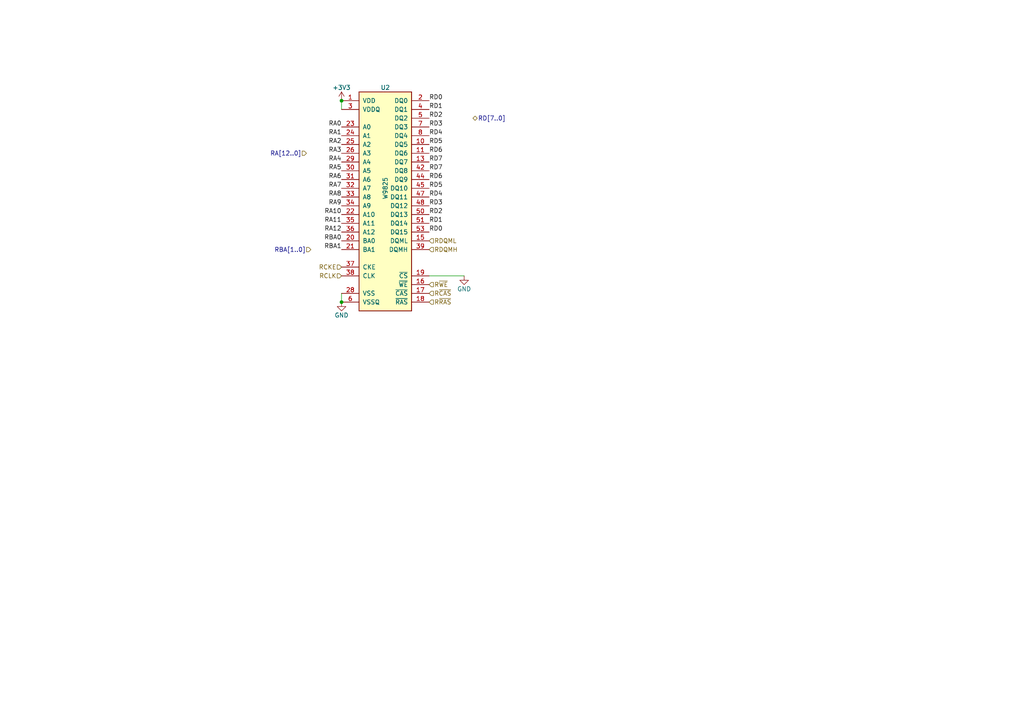
<source format=kicad_sch>
(kicad_sch (version 20230121) (generator eeschema)
  (paper "A4")
  (lib_symbols
    (symbol "GW_RAM:SDRAM-16Mx16-TSOP2-54" (pin_names (offset 1.016))
      (property "Reference" "U" (at 0 29.21 0))
      (property "Value" "SDRAM-16Mx16-TSOP2-54" (at 0 0 90))
      (symbol "SDRAM-16Mx16-TSOP2-54_0_1"
        (rectangle (start -7.62 27.94) (end 7.62 -35.56) (stroke (width 0.254)) (fill (type background)))
      )
      (symbol "SDRAM-16Mx16-TSOP2-54_1_1"
        (pin power_in line (at -12.7 25.4 0) (length 5.08) (name "VDD") (number "1"))
        (pin bidirectional line (at 12.7 12.7 180) (length 5.08) (name "DQ5") (number "10"))
        (pin bidirectional line (at 12.7 10.16 180) (length 5.08) (name "DQ6") (number "11"))
        (pin power_in line (at -12.7 -33.02 0) (length 5.08) hide (name "VSSQ") (number "12"))
        (pin bidirectional line (at 12.7 7.62 180) (length 5.08) (name "DQ7") (number "13"))
        (pin power_in line (at -12.7 25.4 0) (length 5.08) hide (name "VDD") (number "14"))
        (pin input line (at 12.7 -15.24 180) (length 5.08) (name "DQML") (number "15"))
        (pin input line (at 12.7 -27.94 180) (length 5.08) (name "~{WE}") (number "16"))
        (pin input line (at 12.7 -30.48 180) (length 5.08) (name "~{CAS}") (number "17"))
        (pin input line (at 12.7 -33.02 180) (length 5.08) (name "~{RAS}") (number "18"))
        (pin input line (at 12.7 -25.4 180) (length 5.08) (name "~{CS}") (number "19"))
        (pin bidirectional line (at 12.7 25.4 180) (length 5.08) (name "DQ0") (number "2"))
        (pin input line (at -12.7 -15.24 0) (length 5.08) (name "BA0") (number "20"))
        (pin input line (at -12.7 -17.78 0) (length 5.08) (name "BA1") (number "21"))
        (pin input line (at -12.7 -7.62 0) (length 5.08) (name "A10") (number "22"))
        (pin input line (at -12.7 17.78 0) (length 5.08) (name "A0") (number "23"))
        (pin input line (at -12.7 15.24 0) (length 5.08) (name "A1") (number "24"))
        (pin input line (at -12.7 12.7 0) (length 5.08) (name "A2") (number "25"))
        (pin input line (at -12.7 10.16 0) (length 5.08) (name "A3") (number "26"))
        (pin power_in line (at -12.7 25.4 0) (length 5.08) hide (name "VDD") (number "27"))
        (pin power_in line (at -12.7 -30.48 0) (length 5.08) (name "VSS") (number "28"))
        (pin input line (at -12.7 7.62 0) (length 5.08) (name "A4") (number "29"))
        (pin power_in line (at -12.7 22.86 0) (length 5.08) (name "VDDQ") (number "3"))
        (pin input line (at -12.7 5.08 0) (length 5.08) (name "A5") (number "30"))
        (pin input line (at -12.7 2.54 0) (length 5.08) (name "A6") (number "31"))
        (pin input line (at -12.7 0 0) (length 5.08) (name "A7") (number "32"))
        (pin input line (at -12.7 -2.54 0) (length 5.08) (name "A8") (number "33"))
        (pin input line (at -12.7 -5.08 0) (length 5.08) (name "A9") (number "34"))
        (pin input line (at -12.7 -10.16 0) (length 5.08) (name "A11") (number "35"))
        (pin input line (at -12.7 -12.7 0) (length 5.08) (name "A12") (number "36"))
        (pin input line (at -12.7 -22.86 0) (length 5.08) (name "CKE") (number "37"))
        (pin input line (at -12.7 -25.4 0) (length 5.08) (name "CLK") (number "38"))
        (pin input line (at 12.7 -17.78 180) (length 5.08) (name "DQMH") (number "39"))
        (pin bidirectional line (at 12.7 22.86 180) (length 5.08) (name "DQ1") (number "4"))
        (pin power_in line (at -12.7 -30.48 0) (length 5.08) hide (name "VSS") (number "41"))
        (pin bidirectional line (at 12.7 5.08 180) (length 5.08) (name "DQ8") (number "42"))
        (pin power_in line (at -12.7 22.86 0) (length 5.08) hide (name "VDDQ") (number "43"))
        (pin bidirectional line (at 12.7 2.54 180) (length 5.08) (name "DQ9") (number "44"))
        (pin bidirectional line (at 12.7 0 180) (length 5.08) (name "DQ10") (number "45"))
        (pin power_in line (at -12.7 -33.02 0) (length 5.08) hide (name "VSSQ") (number "46"))
        (pin bidirectional line (at 12.7 -2.54 180) (length 5.08) (name "DQ11") (number "47"))
        (pin bidirectional line (at 12.7 -5.08 180) (length 5.08) (name "DQ12") (number "48"))
        (pin power_in line (at -12.7 22.86 0) (length 5.08) hide (name "VDDQ") (number "49"))
        (pin bidirectional line (at 12.7 20.32 180) (length 5.08) (name "DQ2") (number "5"))
        (pin bidirectional line (at 12.7 -7.62 180) (length 5.08) (name "DQ13") (number "50"))
        (pin bidirectional line (at 12.7 -10.16 180) (length 5.08) (name "DQ14") (number "51"))
        (pin power_in line (at -12.7 -33.02 0) (length 5.08) hide (name "VSSQ") (number "52"))
        (pin bidirectional line (at 12.7 -12.7 180) (length 5.08) (name "DQ15") (number "53"))
        (pin power_in line (at -12.7 -30.48 0) (length 5.08) hide (name "VSS") (number "54"))
        (pin power_in line (at -12.7 -33.02 0) (length 5.08) (name "VSSQ") (number "6"))
        (pin bidirectional line (at 12.7 17.78 180) (length 5.08) (name "DQ3") (number "7"))
        (pin bidirectional line (at 12.7 15.24 180) (length 5.08) (name "DQ4") (number "8"))
        (pin power_in line (at -12.7 22.86 0) (length 5.08) hide (name "VDDQ") (number "9"))
      )
    )
    (symbol "power:+3V3" (power) (pin_names (offset 0))
      (property "Value" "+3V3" (at 0 3.556 0))
      (symbol "+3V3_0_1"
        (polyline (pts (xy -0.762 1.27) (xy 0 2.54)))
        (polyline (pts (xy 0 0) (xy 0 2.54)))
        (polyline (pts (xy 0 2.54) (xy 0.762 1.27)))
      )
      (symbol "+3V3_1_1"
        (pin power_in line (at 0 0 90) (length 0) hide (name "+3V3") (number "1"))
      )
    )
    (symbol "power:GND" (power) (pin_names (offset 0))
      (property "Value" "GND" (at 0 -3.81 0))
      (symbol "GND_0_1"
        (polyline (pts (xy 0 0) (xy 0 -1.27) (xy 1.27 -1.27) (xy 0 -2.54) (xy -1.27 -1.27) (xy 0 -1.27)))
      )
      (symbol "GND_1_1"
        (pin power_in line (at 0 0 270) (length 0) hide (name "GND") (number "1"))
      )
    )
  )
  (junction (at 99.06 87.63))
  (junction (at 99.06 29.21))
  (wire (pts (xy 124.46 80.01) (xy 134.62 80.01)))
  (wire (pts (xy 99.06 29.21) (xy 99.06 31.75)))
  (wire (pts (xy 99.06 87.63) (xy 99.06 85.09)))
  (label "RA12" (at 99.06 67.31 180))
  (label "RA8" (at 99.06 57.15 180))
  (label "RD4" (at 124.46 57.15 0))
  (label "RA3" (at 99.06 44.45 180))
  (label "RD3" (at 124.46 36.83 0))
  (label "RBA1" (at 99.06 72.39 180))
  (label "RD5" (at 124.46 54.61 0))
  (label "RA9" (at 99.06 59.69 180))
  (label "RD6" (at 124.46 44.45 0))
  (label "RBA0" (at 99.06 69.85 180))
  (label "RD1" (at 124.46 31.75 0))
  (label "RA2" (at 99.06 41.91 180))
  (label "RA7" (at 99.06 54.61 180))
  (label "RD0" (at 124.46 67.31 0))
  (label "RA1" (at 99.06 39.37 180))
  (label "RA6" (at 99.06 52.07 180))
  (label "RD7" (at 124.46 49.53 0))
  (label "RA5" (at 99.06 49.53 180))
  (label "RA11" (at 99.06 64.77 180))
  (label "RA0" (at 99.06 36.83 180))
  (label "RD5" (at 124.46 41.91 0))
  (label "RD7" (at 124.46 46.99 0))
  (label "RD0" (at 124.46 29.21 0))
  (label "RA10" (at 99.06 62.23 180))
  (label "RD6" (at 124.46 52.07 0))
  (label "RD2" (at 124.46 62.23 0))
  (label "RD3" (at 124.46 59.69 0))
  (label "RD2" (at 124.46 34.29 0))
  (label "RD1" (at 124.46 64.77 0))
  (label "RA4" (at 99.06 46.99 180))
  (label "RD4" (at 124.46 39.37 0))
  (hierarchical_label "RBA[1..0]" (shape input) (at 90.17 72.39 180))
  (hierarchical_label "RA[12..0]" (shape input) (at 88.9 44.45 180))
  (hierarchical_label "R~{WE}" (shape input) (at 124.46 82.55 0))
  (hierarchical_label "RCKE" (shape input) (at 99.06 77.47 180))
  (hierarchical_label "RCLK" (shape input) (at 99.06 80.01 180))
  (hierarchical_label "RDQML" (shape input) (at 124.46 69.85 0))
  (hierarchical_label "R~{CAS}" (shape input) (at 124.46 85.09 0))
  (hierarchical_label "RD[7..0]" (shape bidirectional) (at 137.16 34.29 0))
  (hierarchical_label "RDQMH" (shape input) (at 124.46 72.39 0))
  (hierarchical_label "R~{RAS}" (shape input) (at 124.46 87.63 0))
  (symbol (lib_id "power:GND") (at 134.62 80.01 0) (unit 1)
    (property "Reference" "#PWR051" (effects hide))
    (property "Value" "GND" (at 134.62 83.82 0))
  )
  (symbol (lib_id "GW_RAM:SDRAM-16Mx16-TSOP2-54") (at 111.76 54.61 0) (unit 1)
    (property "Reference" "U2" (at 111.76 25.4 0))
    (property "Value" "W9825" (at 111.76 54.61 90))
    (property "Footprint" "stdpads:TSOP-II-54_22.2x10.16mm_P0.8mm" (effects hide))
    (property "LCSC Part" "C62246" (effects hide))
  )
  (symbol (lib_id "power:+3V3") (at 99.06 29.21 0) (unit 1)
    (property "Reference" "#PWR017" (effects hide))
    (property "Value" "+3V3" (at 99.06 25.4 0))
  )
  (symbol (lib_id "power:GND") (at 99.06 87.63 0) (unit 1)
    (property "Reference" "#PWR038" (effects hide))
    (property "Value" "GND" (at 99.06 91.44 0))
  )
)
</source>
